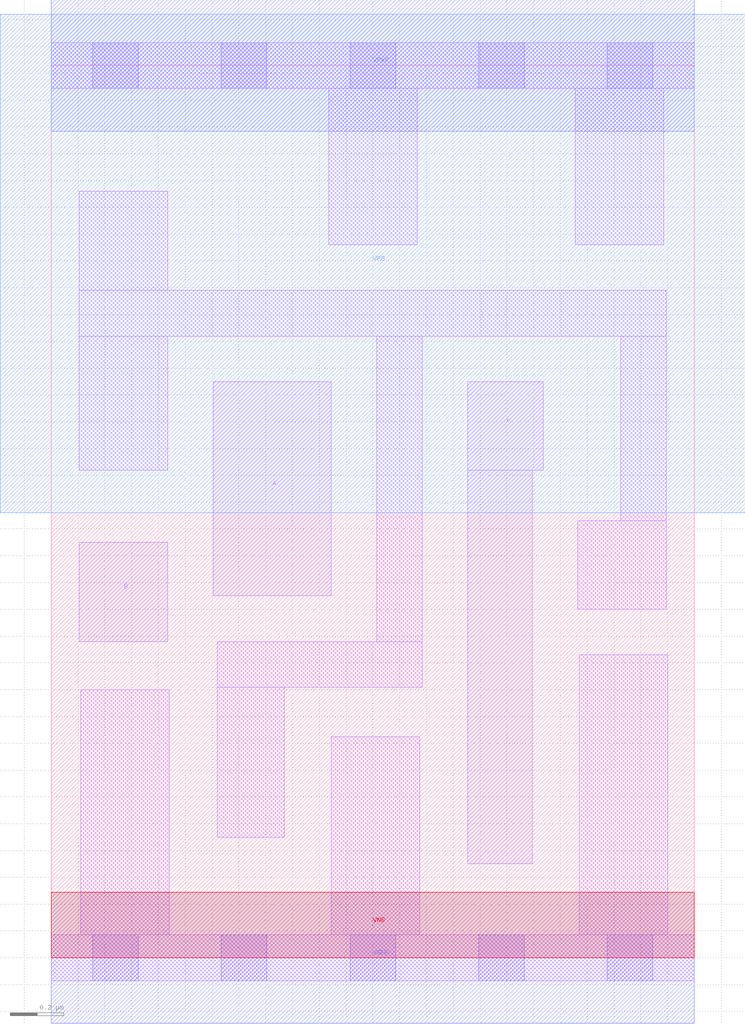
<source format=lef>
# Copyright 2020 The SkyWater PDK Authors
#
# Licensed under the Apache License, Version 2.0 (the "License");
# you may not use this file except in compliance with the License.
# You may obtain a copy of the License at
#
#     https://www.apache.org/licenses/LICENSE-2.0
#
# Unless required by applicable law or agreed to in writing, software
# distributed under the License is distributed on an "AS IS" BASIS,
# WITHOUT WARRANTIES OR CONDITIONS OF ANY KIND, either express or implied.
# See the License for the specific language governing permissions and
# limitations under the License.
#
# SPDX-License-Identifier: Apache-2.0

VERSION 5.7 ;
  NOWIREEXTENSIONATPIN ON ;
  DIVIDERCHAR "/" ;
  BUSBITCHARS "[]" ;
MACRO sky130_fd_sc_ms__or2_2
  CLASS CORE ;
  FOREIGN sky130_fd_sc_ms__or2_2 ;
  ORIGIN  0.000000  0.000000 ;
  SIZE  2.400000 BY  3.330000 ;
  SYMMETRY X Y ;
  SITE unit ;
  PIN A
    ANTENNAGATEAREA  0.276000 ;
    DIRECTION INPUT ;
    USE SIGNAL ;
    PORT
      LAYER li1 ;
        RECT 0.605000 1.350000 1.045000 2.150000 ;
    END
  END A
  PIN B
    ANTENNAGATEAREA  0.276000 ;
    DIRECTION INPUT ;
    USE SIGNAL ;
    PORT
      LAYER li1 ;
        RECT 0.105000 1.180000 0.435000 1.550000 ;
    END
  END B
  PIN X
    ANTENNADIFFAREA  0.532000 ;
    DIRECTION OUTPUT ;
    USE SIGNAL ;
    PORT
      LAYER li1 ;
        RECT 1.555000 0.350000 1.795000 1.820000 ;
        RECT 1.555000 1.820000 1.835000 2.150000 ;
    END
  END X
  PIN VGND
    DIRECTION INOUT ;
    USE GROUND ;
    PORT
      LAYER met1 ;
        RECT 0.000000 -0.245000 2.400000 0.245000 ;
    END
  END VGND
  PIN VNB
    DIRECTION INOUT ;
    USE GROUND ;
    PORT
      LAYER pwell ;
        RECT 0.000000 0.000000 2.400000 0.245000 ;
    END
  END VNB
  PIN VPB
    DIRECTION INOUT ;
    USE POWER ;
    PORT
      LAYER nwell ;
        RECT -0.190000 1.660000 2.590000 3.520000 ;
    END
  END VPB
  PIN VPWR
    DIRECTION INOUT ;
    USE POWER ;
    PORT
      LAYER met1 ;
        RECT 0.000000 3.085000 2.400000 3.575000 ;
    END
  END VPWR
  OBS
    LAYER li1 ;
      RECT 0.000000 -0.085000 2.400000 0.085000 ;
      RECT 0.000000  3.245000 2.400000 3.415000 ;
      RECT 0.105000  1.820000 0.435000 2.320000 ;
      RECT 0.105000  2.320000 2.295000 2.490000 ;
      RECT 0.105000  2.490000 0.435000 2.860000 ;
      RECT 0.110000  0.085000 0.440000 1.000000 ;
      RECT 0.620000  0.450000 0.870000 1.010000 ;
      RECT 0.620000  1.010000 1.385000 1.180000 ;
      RECT 1.035000  2.660000 1.365000 3.245000 ;
      RECT 1.045000  0.085000 1.375000 0.825000 ;
      RECT 1.215000  1.180000 1.385000 2.320000 ;
      RECT 1.955000  2.660000 2.285000 3.245000 ;
      RECT 1.965000  1.300000 2.295000 1.630000 ;
      RECT 1.970000  0.085000 2.300000 1.130000 ;
      RECT 2.125000  1.630000 2.295000 2.320000 ;
    LAYER mcon ;
      RECT 0.155000 -0.085000 0.325000 0.085000 ;
      RECT 0.155000  3.245000 0.325000 3.415000 ;
      RECT 0.635000 -0.085000 0.805000 0.085000 ;
      RECT 0.635000  3.245000 0.805000 3.415000 ;
      RECT 1.115000 -0.085000 1.285000 0.085000 ;
      RECT 1.115000  3.245000 1.285000 3.415000 ;
      RECT 1.595000 -0.085000 1.765000 0.085000 ;
      RECT 1.595000  3.245000 1.765000 3.415000 ;
      RECT 2.075000 -0.085000 2.245000 0.085000 ;
      RECT 2.075000  3.245000 2.245000 3.415000 ;
  END
END sky130_fd_sc_ms__or2_2
END LIBRARY

</source>
